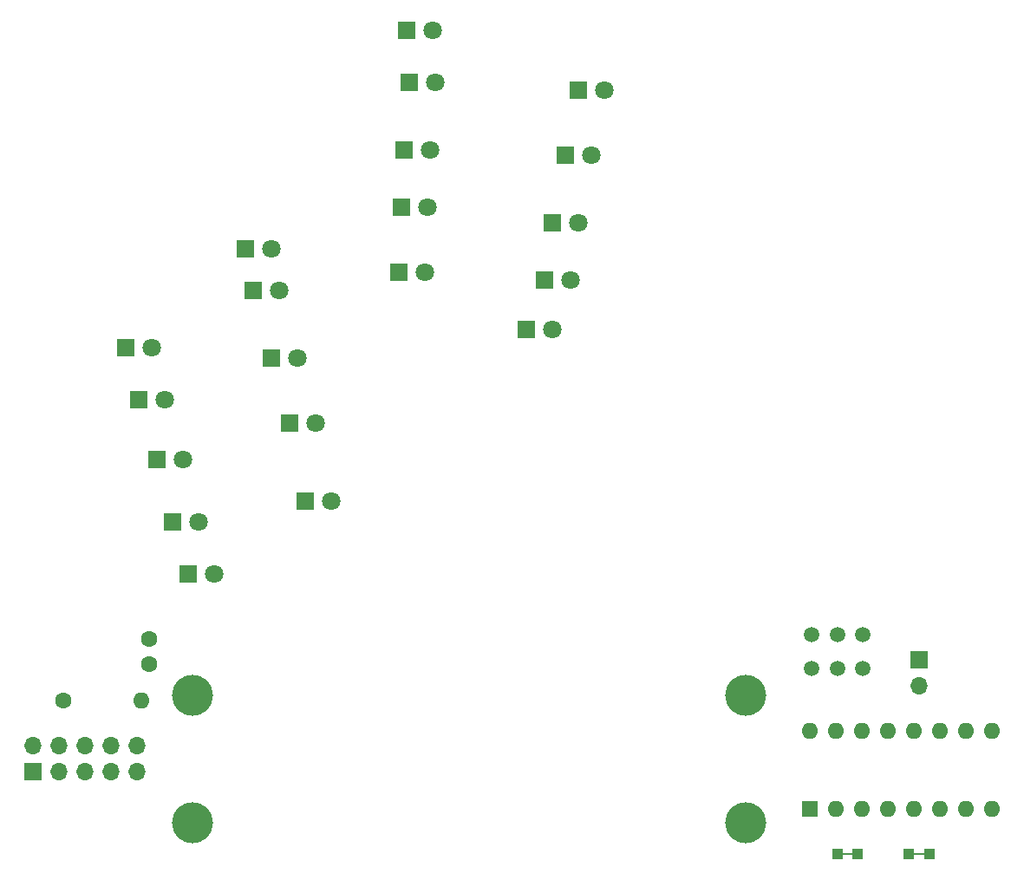
<source format=gbr>
G04 #@! TF.FileFunction,Soldermask,Top*
%FSLAX46Y46*%
G04 Gerber Fmt 4.6, Leading zero omitted, Abs format (unit mm)*
G04 Created by KiCad (PCBNEW 4.0.6) date 11/09/17 18:30:30*
%MOMM*%
%LPD*%
G01*
G04 APERTURE LIST*
%ADD10C,0.100000*%
%ADD11C,4.000000*%
%ADD12R,1.800000X1.800000*%
%ADD13C,1.800000*%
%ADD14C,1.600000*%
%ADD15O,1.600000X1.600000*%
%ADD16C,1.500000*%
%ADD17R,1.600000X1.600000*%
%ADD18R,1.700000X1.700000*%
%ADD19O,1.700000X1.700000*%
%ADD20R,1.000000X1.000000*%
%ADD21R,1.000000X0.254000*%
G04 APERTURE END LIST*
D10*
D11*
X172000000Y-145000000D03*
X118000000Y-132500000D03*
X172000000Y-132500000D03*
D12*
X111506000Y-98552000D03*
D13*
X114046000Y-98552000D03*
D12*
X114554000Y-109474000D03*
D13*
X117094000Y-109474000D03*
D12*
X117602000Y-120650000D03*
D13*
X120142000Y-120650000D03*
D12*
X112776000Y-103632000D03*
D13*
X115316000Y-103632000D03*
D12*
X116078000Y-115570000D03*
D13*
X118618000Y-115570000D03*
D12*
X123190000Y-88900000D03*
D13*
X125730000Y-88900000D03*
D12*
X125730000Y-99568000D03*
D13*
X128270000Y-99568000D03*
D12*
X129032000Y-113538000D03*
D13*
X131572000Y-113538000D03*
D12*
X123952000Y-92964000D03*
D13*
X126492000Y-92964000D03*
D12*
X127508000Y-105918000D03*
D13*
X130048000Y-105918000D03*
D12*
X138938000Y-67564000D03*
D13*
X141478000Y-67564000D03*
D12*
X138684000Y-79248000D03*
D13*
X141224000Y-79248000D03*
D12*
X138176000Y-91186000D03*
D13*
X140716000Y-91186000D03*
D12*
X139192000Y-72644000D03*
D13*
X141732000Y-72644000D03*
D12*
X138430000Y-84836000D03*
D13*
X140970000Y-84836000D03*
D12*
X155702000Y-73406000D03*
D13*
X158242000Y-73406000D03*
D12*
X153162000Y-86360000D03*
D13*
X155702000Y-86360000D03*
D12*
X150622000Y-96774000D03*
D13*
X153162000Y-96774000D03*
D12*
X154432000Y-79756000D03*
D13*
X156972000Y-79756000D03*
D12*
X152400000Y-91948000D03*
D13*
X154940000Y-91948000D03*
D14*
X105380000Y-133000000D03*
D15*
X113000000Y-133000000D03*
D16*
X181000000Y-126550000D03*
X183500000Y-126550000D03*
X178500000Y-126550000D03*
X178500000Y-129850000D03*
X181000000Y-129850000D03*
X183500000Y-129850000D03*
D17*
X178300000Y-143620000D03*
D15*
X196080000Y-136000000D03*
X180840000Y-143620000D03*
X193540000Y-136000000D03*
X183380000Y-143620000D03*
X191000000Y-136000000D03*
X185920000Y-143620000D03*
X188460000Y-136000000D03*
X188460000Y-143620000D03*
X185920000Y-136000000D03*
X191000000Y-143620000D03*
X183380000Y-136000000D03*
X193540000Y-143620000D03*
X180840000Y-136000000D03*
X196080000Y-143620000D03*
X178300000Y-136000000D03*
D18*
X189000000Y-129000000D03*
D19*
X189000000Y-131540000D03*
D14*
X113750000Y-129500000D03*
X113750000Y-127000000D03*
D11*
X118000000Y-145000000D03*
D18*
X102460000Y-140000000D03*
D19*
X102460000Y-137460000D03*
X105000000Y-140000000D03*
X105000000Y-137460000D03*
X107540000Y-140000000D03*
X107540000Y-137460000D03*
X110080000Y-140000000D03*
X110080000Y-137460000D03*
X112620000Y-140000000D03*
X112620000Y-137460000D03*
D20*
X183000000Y-148000000D03*
X181000000Y-148000000D03*
D21*
X182000000Y-148000000D03*
D20*
X188000000Y-148000000D03*
X190000000Y-148000000D03*
D21*
X189000000Y-148000000D03*
M02*

</source>
